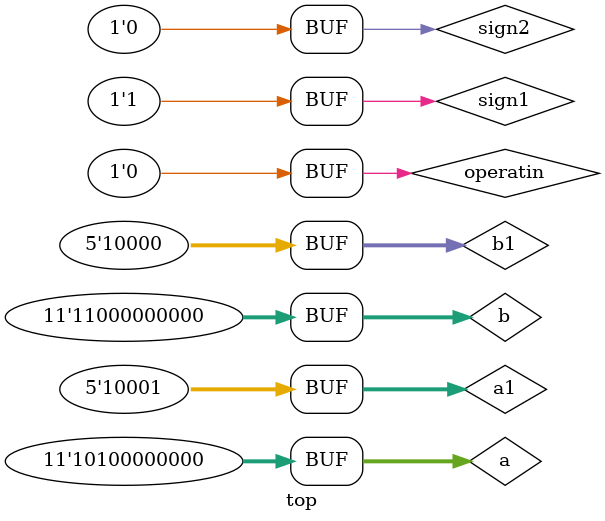
<source format=v>

module top ;

// reg [16:1] a;
// reg [16:1] b;

reg [10:0] a;
reg [10:0] b;
reg sign1,sign2;
reg [4:0] a1;
reg [4:0] b1;
reg operatin;
wire signout;
wire [10:0] aout;
wire [5:0] expout;
reg cin;

	// Outputs
// wire [16:1] sum;
// wire [16:1] carry1;
// wire [16:0][1:0]carry;
wire [11:0] ans1;

// floatingptoper m2(a,sign1,a1,b,sign2,b1,aout,signout,expout);
// floatingptoper m22(.inp1(a),.sgn1(sign1),.exp1(a1),.inp2(b),.sgn2(sign2),.exp2(b1),.out(aout),.sgnout(signout),.outexp(expout));
floatingptoper m22(.inp1(a),.sgn1(sign1),.exp1(a1),.inp2(b),.sgn2(sign2),.exp2(b1),.operatin(operatin),.out(aout),.sgnout(signout),.outexp(expout));

// module floatingptoper (inp1,sgn1,exp1,inp2,sgn2,exp2,out,sgnout,outexp);


initial
begin


    a = 11'b11000000000;b=11'b11000000100;sign1 = 0;a1 = 5'd17;sign2 = 0;b1 =5'd11 ;operatin = 0;

    #10
    a = 11'b11000000001;b=11'b11000000000;sign1 = 0;a1 = 5'd17;sign2 = 0;b1 =5'd11 ;operatin = 0;


    #10
        a = 11'b11000000011;b=11'b11000000001;sign1 = 0;a1 = 5'd14;sign2 = 0;b1 =5'd11 ; operatin = 0;#10;
     a = 11'd1026;         b=11'd1028;         sign1 = 0;a1 = 5'd11;sign2 = 0;b1 =5'd11 ; operatin = 0;#10;
     a = 11'd1484;       b=11'd1691;sign1 = 0;a1 = 5'd9;sign2 = 0;b1 =5'd11 ; operatin = 0;#10;
     a = 11'd1897       ;b=11'd1641;sign1 = 0;a1 = 5'd29;sign2 = 0;b1 =5'd27 ; operatin = 0;#10;
     // a = 11'd3       ;b=11'd3;sign1 = 0;a1 = 5'd29;sign2 = 0;b1 =5'd29 ; operatin = 0;#10;
     //
     // a = 11'b11000000000;b=11'b11000000100;sign1 = 0;a1 = 5'd17;sign2 = 0;b1 =5'd11 ;operatin = 1; #10;
     // a = 11'b11000000001;b=11'b11000000000;sign1 = 0;a1 = 5'd17;sign2 = 0;b1 =5'd11 ;operatin = 1;#10;
     //  a = 11'b11000000011;b=11'b11000000001;sign1 = 0;a1 = 5'd14;sign2 = 0;b1 =5'd11 ; operatin = 1;#10;
     //  a = 11'b11000000011;b=11'b11000000001;sign1 = 1;a1 = 5'd14;sign2 = 1;b1 =5'd11 ; operatin = 0;#10;
     //
     //  a = 11'd1026;        b=11'd1028;         sign1 = 0;a1 = 5'd11;sign2 = 0;b1 =5'd11 ; operatin = 1;#10;
     //  a = 11'd1484;       b=11'd1691;sign1 = 0;a1 = 5'd9;sign2 = 0;b1 =5'd11 ; operatin = 1;#10;
     //  a = 11'd1897       ;b=11'd1641;sign1 = 0;a1 = 5'd29;sign2 = 0;b1 =5'd27 ; operatin = 1;#10;
     //
     //
     //     a = 11'b10000000000;b=11'd1032;sign1 = 0;a1 = 5'd17;sign2 = 0;b1 =5'd11 ;operatin = 1; #10;
     //     a = 11'b10000000001;b=11'b10000000000;sign1 = 0;a1 = 5'd17;sign2 = 0;b1 =5'd11 ;operatin = 1;#10;
     //      a = 11'b10000000011;b=11'b10000000001;sign1 = 1;a1 = 5'd14;sign2 = 0;b1 =5'd11 ; operatin = 1;#10;
     //      // a = 11'd14;        b=11'd3;         sign1 = 0;a1 = 5'd11;sign2 = 0;b1 =5'd11 ; operatin = 1;#10;
     //      a = 11'd1484;       b=11'd1391;sign1 = 0;a1 = 5'd9;sign2 = 0;b1 =5'd11 ; operatin = 1;#10;
     //      a = 11'd1897       ;b=11'd1141;sign1 = 1;a1 = 5'd29;sign2 = 0;b1 =5'd27 ; operatin = 1;#10;
     //
     //     a = 11'b11000000000;b=11'b11000000100;sign1 = 0;a1 = 5'd17;sign2 = 1;b1 =5'd11 ;operatin = 1; #10;
     //     a = 11'b11000000001;b=11'b11000000000;sign1 = 1;a1 = 5'd17;sign2 = 1;b1 =5'd11 ;operatin = 1;#10;
     //      a = 11'b11000000011;b=11'b11000000001;sign1 = 0;a1 = 5'd14;sign2 = 0;b1 =5'd14 ; operatin = 1;#10;
     //      a = 11'd1026;        b=11'd1028;         sign1 = 0;a1 = 5'd11;sign2 = 0;b1 =5'd11 ; operatin = 1;#10;
     //      a = 11'd1484;       b=11'd1691;sign1 = 1;a1 = 5'd9;sign2 = 0;b1 =5'd11 ; operatin = 1;#10;
     //      a = 11'd1897       ;b=11'd1641;sign1 = 0;a1 = 5'd29;sign2 = 0;b1 =5'd27 ; operatin = 1;#10;
     //      a = 11'd1897       ;b=11'd1641;sign1 = 1;a1 = 5'd29;sign2 = 0;b1 =5'd27 ; operatin = 1;#10;
          // a = 11'd3      ;b=11'd3;sign1 = 1;a1 = 5'd29;sign2 = 0;b1 =5'd29 ; operatin = 0;#10;
               a = 11'b10100000000;b=11'b11000000000;sign1 = 1;a1 = 5'b10001;sign2 = 0;b1 =5'b10000 ; operatin = 0;#10;





end

initial
begin
// $monitor("time = %2d,")


// $monitor($time, "inp1 = %d,    sign1 = %d,   exp1 = %d,   inp2 = %d,sign2 = %d,    exp2 = %d,operation(0 means add) = %d ,aout = %d,signout = %d,expout = %d\n", a,sign1,a1,b,sign2,b1,operatin,aout,signout,expout);

$monitor($time, "    val with sign  = %b_%b,   exp1 = %b, , val with sign = %b_%b  exp2 = %b,operation(0 means add) = %b ,output with sign = %b_%b,expout = %b\n\n\n", sign1,a,a1,sign2,b,b1,operatin,signout,aout,expout);




$dumpfile("mianfile.vcd");
$dumpvars(0,top);
end

endmodule

</source>
